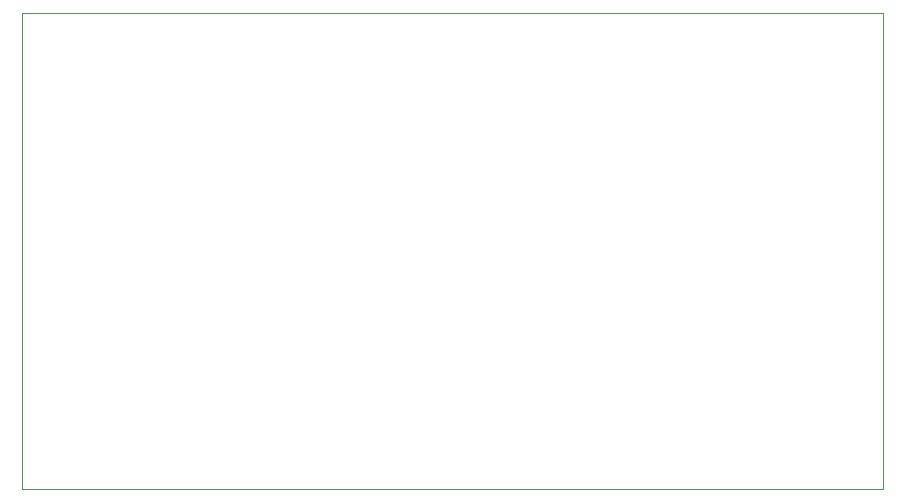
<source format=gm1>
G04 #@! TF.GenerationSoftware,KiCad,Pcbnew,(6.0.4)*
G04 #@! TF.CreationDate,2022-04-15T12:37:11+02:00*
G04 #@! TF.ProjectId,standaard,7374616e-6461-4617-9264-2e6b69636164,rev?*
G04 #@! TF.SameCoordinates,Original*
G04 #@! TF.FileFunction,Profile,NP*
%FSLAX46Y46*%
G04 Gerber Fmt 4.6, Leading zero omitted, Abs format (unit mm)*
G04 Created by KiCad (PCBNEW (6.0.4)) date 2022-04-15 12:37:11*
%MOMM*%
%LPD*%
G01*
G04 APERTURE LIST*
G04 #@! TA.AperFunction,Profile*
%ADD10C,0.100000*%
G04 #@! TD*
G04 APERTURE END LIST*
D10*
X128196000Y-29133800D02*
X201041000Y-29133800D01*
X201041000Y-29133800D02*
X201041000Y-69501200D01*
X201041000Y-69501200D02*
X128196000Y-69501200D01*
X128196000Y-69501200D02*
X128196000Y-29133800D01*
M02*

</source>
